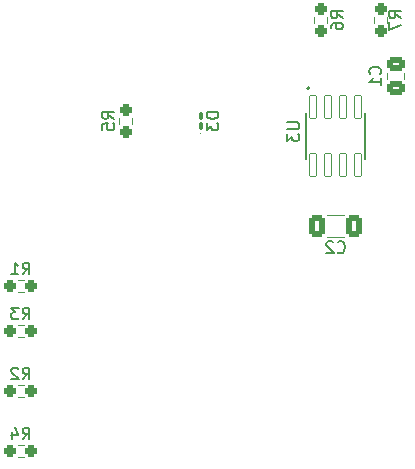
<source format=gbo>
G04 #@! TF.GenerationSoftware,KiCad,Pcbnew,(6.0.2)*
G04 #@! TF.CreationDate,2022-02-24T19:29:25+09:00*
G04 #@! TF.ProjectId,ACBoard,4143426f-6172-4642-9e6b-696361645f70,rev?*
G04 #@! TF.SameCoordinates,Original*
G04 #@! TF.FileFunction,Legend,Bot*
G04 #@! TF.FilePolarity,Positive*
%FSLAX46Y46*%
G04 Gerber Fmt 4.6, Leading zero omitted, Abs format (unit mm)*
G04 Created by KiCad (PCBNEW (6.0.2)) date 2022-02-24 19:29:25*
%MOMM*%
%LPD*%
G01*
G04 APERTURE LIST*
G04 Aperture macros list*
%AMRoundRect*
0 Rectangle with rounded corners*
0 $1 Rounding radius*
0 $2 $3 $4 $5 $6 $7 $8 $9 X,Y pos of 4 corners*
0 Add a 4 corners polygon primitive as box body*
4,1,4,$2,$3,$4,$5,$6,$7,$8,$9,$2,$3,0*
0 Add four circle primitives for the rounded corners*
1,1,$1+$1,$2,$3*
1,1,$1+$1,$4,$5*
1,1,$1+$1,$6,$7*
1,1,$1+$1,$8,$9*
0 Add four rect primitives between the rounded corners*
20,1,$1+$1,$2,$3,$4,$5,0*
20,1,$1+$1,$4,$5,$6,$7,0*
20,1,$1+$1,$6,$7,$8,$9,0*
20,1,$1+$1,$8,$9,$2,$3,0*%
G04 Aperture macros list end*
%ADD10C,0.150000*%
%ADD11C,0.120000*%
%ADD12C,0.127000*%
%ADD13C,0.200000*%
%ADD14C,0.100000*%
%ADD15O,1.000000X6.000000*%
%ADD16R,1.600000X1.600000*%
%ADD17O,1.600000X1.600000*%
%ADD18C,4.000000*%
%ADD19O,3.500000X3.500000*%
%ADD20R,2.000000X1.905000*%
%ADD21O,2.000000X1.905000*%
%ADD22C,2.000000*%
%ADD23R,2.800000X2.800000*%
%ADD24O,2.800000X2.800000*%
%ADD25C,2.250000*%
%ADD26R,2.250000X2.250000*%
%ADD27C,1.600000*%
%ADD28R,1.700000X1.700000*%
%ADD29O,1.700000X1.700000*%
%ADD30RoundRect,0.237500X0.250000X0.237500X-0.250000X0.237500X-0.250000X-0.237500X0.250000X-0.237500X0*%
%ADD31RoundRect,0.250000X-0.475000X0.337500X-0.475000X-0.337500X0.475000X-0.337500X0.475000X0.337500X0*%
%ADD32RoundRect,0.042000X-0.258000X0.943000X-0.258000X-0.943000X0.258000X-0.943000X0.258000X0.943000X0*%
%ADD33RoundRect,0.237500X-0.237500X0.250000X-0.237500X-0.250000X0.237500X-0.250000X0.237500X0.250000X0*%
%ADD34RoundRect,0.100000X0.100000X-0.217500X0.100000X0.217500X-0.100000X0.217500X-0.100000X-0.217500X0*%
%ADD35RoundRect,0.250000X-0.412500X-0.650000X0.412500X-0.650000X0.412500X0.650000X-0.412500X0.650000X0*%
%ADD36RoundRect,0.237500X0.237500X-0.250000X0.237500X0.250000X-0.237500X0.250000X-0.237500X-0.250000X0*%
G04 APERTURE END LIST*
D10*
X172886666Y-57442380D02*
X173220000Y-56966190D01*
X173458095Y-57442380D02*
X173458095Y-56442380D01*
X173077142Y-56442380D01*
X172981904Y-56490000D01*
X172934285Y-56537619D01*
X172886666Y-56632857D01*
X172886666Y-56775714D01*
X172934285Y-56870952D01*
X172981904Y-56918571D01*
X173077142Y-56966190D01*
X173458095Y-56966190D01*
X172505714Y-56537619D02*
X172458095Y-56490000D01*
X172362857Y-56442380D01*
X172124761Y-56442380D01*
X172029523Y-56490000D01*
X171981904Y-56537619D01*
X171934285Y-56632857D01*
X171934285Y-56728095D01*
X171981904Y-56870952D01*
X172553333Y-57442380D01*
X171934285Y-57442380D01*
X203147142Y-31583333D02*
X203194761Y-31535714D01*
X203242380Y-31392857D01*
X203242380Y-31297619D01*
X203194761Y-31154761D01*
X203099523Y-31059523D01*
X203004285Y-31011904D01*
X202813809Y-30964285D01*
X202670952Y-30964285D01*
X202480476Y-31011904D01*
X202385238Y-31059523D01*
X202290000Y-31154761D01*
X202242380Y-31297619D01*
X202242380Y-31392857D01*
X202290000Y-31535714D01*
X202337619Y-31583333D01*
X203242380Y-32535714D02*
X203242380Y-31964285D01*
X203242380Y-32250000D02*
X202242380Y-32250000D01*
X202385238Y-32154761D01*
X202480476Y-32059523D01*
X202528095Y-31964285D01*
X195305380Y-35683095D02*
X196114904Y-35683095D01*
X196210142Y-35730714D01*
X196257761Y-35778333D01*
X196305380Y-35873571D01*
X196305380Y-36064047D01*
X196257761Y-36159285D01*
X196210142Y-36206904D01*
X196114904Y-36254523D01*
X195305380Y-36254523D01*
X195305380Y-36635476D02*
X195305380Y-37254523D01*
X195686333Y-36921190D01*
X195686333Y-37064047D01*
X195733952Y-37159285D01*
X195781571Y-37206904D01*
X195876809Y-37254523D01*
X196114904Y-37254523D01*
X196210142Y-37206904D01*
X196257761Y-37159285D01*
X196305380Y-37064047D01*
X196305380Y-36778333D01*
X196257761Y-36683095D01*
X196210142Y-36635476D01*
X172886666Y-48552380D02*
X173220000Y-48076190D01*
X173458095Y-48552380D02*
X173458095Y-47552380D01*
X173077142Y-47552380D01*
X172981904Y-47600000D01*
X172934285Y-47647619D01*
X172886666Y-47742857D01*
X172886666Y-47885714D01*
X172934285Y-47980952D01*
X172981904Y-48028571D01*
X173077142Y-48076190D01*
X173458095Y-48076190D01*
X171934285Y-48552380D02*
X172505714Y-48552380D01*
X172220000Y-48552380D02*
X172220000Y-47552380D01*
X172315238Y-47695238D01*
X172410476Y-47790476D01*
X172505714Y-47838095D01*
X180632380Y-35393333D02*
X180156190Y-35060000D01*
X180632380Y-34821904D02*
X179632380Y-34821904D01*
X179632380Y-35202857D01*
X179680000Y-35298095D01*
X179727619Y-35345714D01*
X179822857Y-35393333D01*
X179965714Y-35393333D01*
X180060952Y-35345714D01*
X180108571Y-35298095D01*
X180156190Y-35202857D01*
X180156190Y-34821904D01*
X179632380Y-36298095D02*
X179632380Y-35821904D01*
X180108571Y-35774285D01*
X180060952Y-35821904D01*
X180013333Y-35917142D01*
X180013333Y-36155238D01*
X180060952Y-36250476D01*
X180108571Y-36298095D01*
X180203809Y-36345714D01*
X180441904Y-36345714D01*
X180537142Y-36298095D01*
X180584761Y-36250476D01*
X180632380Y-36155238D01*
X180632380Y-35917142D01*
X180584761Y-35821904D01*
X180537142Y-35774285D01*
X172886666Y-62522380D02*
X173220000Y-62046190D01*
X173458095Y-62522380D02*
X173458095Y-61522380D01*
X173077142Y-61522380D01*
X172981904Y-61570000D01*
X172934285Y-61617619D01*
X172886666Y-61712857D01*
X172886666Y-61855714D01*
X172934285Y-61950952D01*
X172981904Y-61998571D01*
X173077142Y-62046190D01*
X173458095Y-62046190D01*
X172029523Y-61855714D02*
X172029523Y-62522380D01*
X172267619Y-61474761D02*
X172505714Y-62189047D01*
X171886666Y-62189047D01*
X172886666Y-52362380D02*
X173220000Y-51886190D01*
X173458095Y-52362380D02*
X173458095Y-51362380D01*
X173077142Y-51362380D01*
X172981904Y-51410000D01*
X172934285Y-51457619D01*
X172886666Y-51552857D01*
X172886666Y-51695714D01*
X172934285Y-51790952D01*
X172981904Y-51838571D01*
X173077142Y-51886190D01*
X173458095Y-51886190D01*
X172553333Y-51362380D02*
X171934285Y-51362380D01*
X172267619Y-51743333D01*
X172124761Y-51743333D01*
X172029523Y-51790952D01*
X171981904Y-51838571D01*
X171934285Y-51933809D01*
X171934285Y-52171904D01*
X171981904Y-52267142D01*
X172029523Y-52314761D01*
X172124761Y-52362380D01*
X172410476Y-52362380D01*
X172505714Y-52314761D01*
X172553333Y-52267142D01*
X189462380Y-34821904D02*
X188462380Y-34821904D01*
X188462380Y-35060000D01*
X188510000Y-35202857D01*
X188605238Y-35298095D01*
X188700476Y-35345714D01*
X188890952Y-35393333D01*
X189033809Y-35393333D01*
X189224285Y-35345714D01*
X189319523Y-35298095D01*
X189414761Y-35202857D01*
X189462380Y-35060000D01*
X189462380Y-34821904D01*
X188462380Y-35726666D02*
X188462380Y-36345714D01*
X188843333Y-36012380D01*
X188843333Y-36155238D01*
X188890952Y-36250476D01*
X188938571Y-36298095D01*
X189033809Y-36345714D01*
X189271904Y-36345714D01*
X189367142Y-36298095D01*
X189414761Y-36250476D01*
X189462380Y-36155238D01*
X189462380Y-35869523D01*
X189414761Y-35774285D01*
X189367142Y-35726666D01*
X199556666Y-46657142D02*
X199604285Y-46704761D01*
X199747142Y-46752380D01*
X199842380Y-46752380D01*
X199985238Y-46704761D01*
X200080476Y-46609523D01*
X200128095Y-46514285D01*
X200175714Y-46323809D01*
X200175714Y-46180952D01*
X200128095Y-45990476D01*
X200080476Y-45895238D01*
X199985238Y-45800000D01*
X199842380Y-45752380D01*
X199747142Y-45752380D01*
X199604285Y-45800000D01*
X199556666Y-45847619D01*
X199175714Y-45847619D02*
X199128095Y-45800000D01*
X199032857Y-45752380D01*
X198794761Y-45752380D01*
X198699523Y-45800000D01*
X198651904Y-45847619D01*
X198604285Y-45942857D01*
X198604285Y-46038095D01*
X198651904Y-46180952D01*
X199223333Y-46752380D01*
X198604285Y-46752380D01*
X204922380Y-26860833D02*
X204446190Y-26527500D01*
X204922380Y-26289404D02*
X203922380Y-26289404D01*
X203922380Y-26670357D01*
X203970000Y-26765595D01*
X204017619Y-26813214D01*
X204112857Y-26860833D01*
X204255714Y-26860833D01*
X204350952Y-26813214D01*
X204398571Y-26765595D01*
X204446190Y-26670357D01*
X204446190Y-26289404D01*
X203922380Y-27194166D02*
X203922380Y-27860833D01*
X204922380Y-27432261D01*
X200002380Y-26860833D02*
X199526190Y-26527500D01*
X200002380Y-26289404D02*
X199002380Y-26289404D01*
X199002380Y-26670357D01*
X199050000Y-26765595D01*
X199097619Y-26813214D01*
X199192857Y-26860833D01*
X199335714Y-26860833D01*
X199430952Y-26813214D01*
X199478571Y-26765595D01*
X199526190Y-26670357D01*
X199526190Y-26289404D01*
X199002380Y-27717976D02*
X199002380Y-27527500D01*
X199050000Y-27432261D01*
X199097619Y-27384642D01*
X199240476Y-27289404D01*
X199430952Y-27241785D01*
X199811904Y-27241785D01*
X199907142Y-27289404D01*
X199954761Y-27337023D01*
X200002380Y-27432261D01*
X200002380Y-27622738D01*
X199954761Y-27717976D01*
X199907142Y-27765595D01*
X199811904Y-27813214D01*
X199573809Y-27813214D01*
X199478571Y-27765595D01*
X199430952Y-27717976D01*
X199383333Y-27622738D01*
X199383333Y-27432261D01*
X199430952Y-27337023D01*
X199478571Y-27289404D01*
X199573809Y-27241785D01*
D11*
X172974724Y-58942500D02*
X172465276Y-58942500D01*
X172974724Y-57897500D02*
X172465276Y-57897500D01*
X205205000Y-31488748D02*
X205205000Y-32011252D01*
X203735000Y-31488748D02*
X203735000Y-32011252D01*
D12*
X201915000Y-34880000D02*
X201915000Y-38780000D01*
X196865000Y-34880000D02*
X196865000Y-38780000D01*
D13*
X197185000Y-32790000D02*
G75*
G03*
X197185000Y-32790000I-100000J0D01*
G01*
D11*
X172974724Y-49007500D02*
X172465276Y-49007500D01*
X172974724Y-50052500D02*
X172465276Y-50052500D01*
X182132500Y-35305276D02*
X182132500Y-35814724D01*
X181087500Y-35305276D02*
X181087500Y-35814724D01*
X172974724Y-62977500D02*
X172465276Y-62977500D01*
X172974724Y-64022500D02*
X172465276Y-64022500D01*
X172974724Y-53862500D02*
X172465276Y-53862500D01*
X172974724Y-52817500D02*
X172465276Y-52817500D01*
D14*
X188010000Y-36595000D02*
G75*
G03*
X188010000Y-36595000I-50000J0D01*
G01*
D11*
X198678748Y-43540000D02*
X200101252Y-43540000D01*
X198678748Y-45360000D02*
X200101252Y-45360000D01*
X203722500Y-26772776D02*
X203722500Y-27282224D01*
X202677500Y-26772776D02*
X202677500Y-27282224D01*
X197597500Y-27282224D02*
X197597500Y-26772776D01*
X198642500Y-27282224D02*
X198642500Y-26772776D01*
%LPC*%
D15*
X207010000Y-28575000D03*
X194310000Y-28575000D03*
X207010000Y-41910000D03*
X194310000Y-41910000D03*
D16*
X168920000Y-49545000D03*
D17*
X168920000Y-52085000D03*
X168920000Y-54625000D03*
X176540000Y-54625000D03*
X176540000Y-49545000D03*
D18*
X172085000Y-68580000D03*
D19*
X203645000Y-53975000D03*
D20*
X186985000Y-51435000D03*
D21*
X186985000Y-53975000D03*
X186985000Y-56515000D03*
D19*
X203645000Y-65405000D03*
D20*
X186985000Y-62865000D03*
D21*
X186985000Y-65405000D03*
X186985000Y-67945000D03*
D22*
X166910000Y-19050000D03*
X170910000Y-19050000D03*
D23*
X191770000Y-19050000D03*
D24*
X204470000Y-19050000D03*
D16*
X168920000Y-58435000D03*
D17*
X168920000Y-60975000D03*
X168920000Y-63515000D03*
X176540000Y-63515000D03*
X176540000Y-58435000D03*
D25*
X184300000Y-28060000D03*
X184300000Y-33060000D03*
X184300000Y-38060000D03*
X184300000Y-43060000D03*
X171300000Y-43060000D03*
X171300000Y-38060000D03*
X171300000Y-33060000D03*
D26*
X171300000Y-29260000D03*
D18*
X167005000Y-68580000D03*
D27*
X180710000Y-55205000D03*
X182510000Y-50205000D03*
D18*
X208915000Y-19050000D03*
X208915000Y-68580000D03*
X208915000Y-61595000D03*
D27*
X180710000Y-66635000D03*
X182510000Y-61635000D03*
D28*
X215920000Y-19080000D03*
D29*
X213380000Y-19080000D03*
X215920000Y-21620000D03*
X213380000Y-21620000D03*
X215920000Y-24160000D03*
X213380000Y-24160000D03*
X215920000Y-26700000D03*
X213380000Y-26700000D03*
X215920000Y-29240000D03*
X213380000Y-29240000D03*
X215920000Y-31780000D03*
X213380000Y-31780000D03*
X215920000Y-34320000D03*
X213380000Y-34320000D03*
X215920000Y-36860000D03*
X213380000Y-36860000D03*
X215920000Y-39400000D03*
X213380000Y-39400000D03*
X215920000Y-41940000D03*
X213380000Y-41940000D03*
X215920000Y-44480000D03*
X213380000Y-44480000D03*
X215920000Y-47020000D03*
X213380000Y-47020000D03*
X215920000Y-49560000D03*
X213380000Y-49560000D03*
X215920000Y-52100000D03*
X213380000Y-52100000D03*
X215920000Y-54640000D03*
X213380000Y-54640000D03*
X215920000Y-57180000D03*
X213380000Y-57180000D03*
X215920000Y-59720000D03*
X213380000Y-59720000D03*
X215920000Y-62260000D03*
X213380000Y-62260000D03*
X215920000Y-64800000D03*
X213380000Y-64800000D03*
X215920000Y-67340000D03*
X213380000Y-67340000D03*
D28*
X160015000Y-19055000D03*
D29*
X162555000Y-19055000D03*
X160015000Y-21595000D03*
X162555000Y-21595000D03*
X160015000Y-24135000D03*
X162555000Y-24135000D03*
X160015000Y-26675000D03*
X162555000Y-26675000D03*
X160015000Y-29215000D03*
X162555000Y-29215000D03*
X160015000Y-31755000D03*
X162555000Y-31755000D03*
X160015000Y-34295000D03*
X162555000Y-34295000D03*
X160015000Y-36835000D03*
X162555000Y-36835000D03*
X160015000Y-39375000D03*
X162555000Y-39375000D03*
X160015000Y-41915000D03*
X162555000Y-41915000D03*
X160015000Y-44455000D03*
X162555000Y-44455000D03*
X160015000Y-46995000D03*
X162555000Y-46995000D03*
X160015000Y-49535000D03*
X162555000Y-49535000D03*
X160015000Y-52075000D03*
X162555000Y-52075000D03*
X160015000Y-54615000D03*
X162555000Y-54615000D03*
X160015000Y-57155000D03*
X162555000Y-57155000D03*
X160015000Y-59695000D03*
X162555000Y-59695000D03*
X160015000Y-62235000D03*
X162555000Y-62235000D03*
X160015000Y-64775000D03*
X162555000Y-64775000D03*
X160015000Y-67315000D03*
X162555000Y-67315000D03*
D23*
X175260000Y-20320000D03*
D24*
X187960000Y-20320000D03*
D30*
X173632500Y-58420000D03*
X171807500Y-58420000D03*
D31*
X204470000Y-30712500D03*
X204470000Y-32787500D03*
D32*
X197485000Y-34360000D03*
X198755000Y-34360000D03*
X200025000Y-34360000D03*
X201295000Y-34360000D03*
X201295000Y-39300000D03*
X200025000Y-39300000D03*
X198755000Y-39300000D03*
X197485000Y-39300000D03*
D30*
X173632500Y-49530000D03*
X171807500Y-49530000D03*
D33*
X181610000Y-34647500D03*
X181610000Y-36472500D03*
D30*
X173632500Y-63500000D03*
X171807500Y-63500000D03*
X173632500Y-53340000D03*
X171807500Y-53340000D03*
D34*
X187960000Y-35967500D03*
X187960000Y-35152500D03*
D35*
X197827500Y-44450000D03*
X200952500Y-44450000D03*
D33*
X203200000Y-26115000D03*
X203200000Y-27940000D03*
D36*
X198120000Y-27940000D03*
X198120000Y-26115000D03*
M02*

</source>
